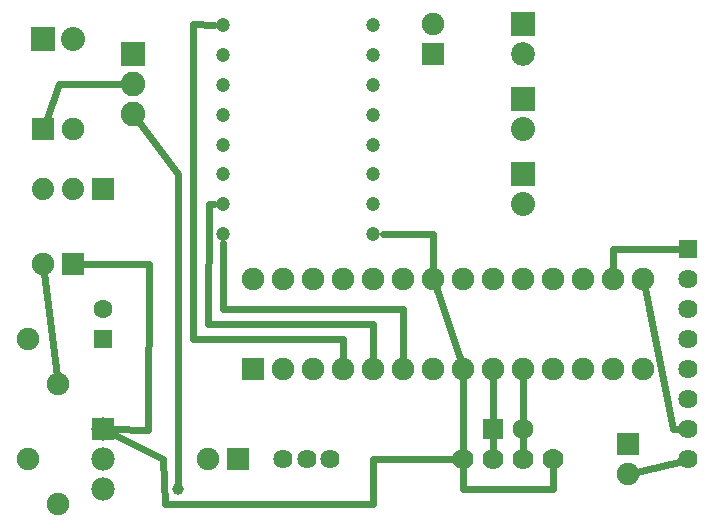
<source format=gbl>
G04 MADE WITH FRITZING*
G04 WWW.FRITZING.ORG*
G04 DOUBLE SIDED*
G04 HOLES PLATED*
G04 CONTOUR ON CENTER OF CONTOUR VECTOR*
%ASAXBY*%
%FSLAX23Y23*%
%MOIN*%
%OFA0B0*%
%SFA1.0B1.0*%
%ADD10C,0.064000*%
%ADD11C,0.082000*%
%ADD12C,0.075000*%
%ADD13C,0.078000*%
%ADD14C,0.080000*%
%ADD15C,0.062992*%
%ADD16C,0.069000*%
%ADD17C,0.070000*%
%ADD18C,0.074000*%
%ADD19C,0.047222*%
%ADD20C,0.039370*%
%ADD21C,0.079370*%
%ADD22R,0.082000X0.082000*%
%ADD23R,0.064000X0.064000*%
%ADD24R,0.075000X0.075000*%
%ADD25R,0.078000X0.078000*%
%ADD26R,0.080000X0.080000*%
%ADD27R,0.062992X0.062992*%
%ADD28R,0.069000X0.069000*%
%ADD29R,0.079370X0.079370*%
%ADD30C,0.024000*%
%ADD31R,0.001000X0.001000*%
%LNCOPPER0*%
G90*
G70*
G54D10*
X919Y201D03*
X998Y201D03*
X1076Y201D03*
G54D11*
X419Y1551D03*
X419Y1451D03*
X419Y1351D03*
G54D10*
X2269Y901D03*
X2269Y801D03*
X2269Y701D03*
X2269Y601D03*
X2269Y501D03*
X2269Y401D03*
X2269Y301D03*
X2269Y201D03*
G54D12*
X819Y501D03*
X819Y801D03*
X919Y501D03*
X919Y801D03*
X1019Y501D03*
X1019Y801D03*
X1119Y501D03*
X1119Y801D03*
X1219Y501D03*
X1219Y801D03*
X1319Y501D03*
X1319Y801D03*
X1419Y501D03*
X1419Y801D03*
X1519Y501D03*
X1519Y801D03*
X1619Y501D03*
X1619Y801D03*
X1719Y501D03*
X1719Y801D03*
X1819Y501D03*
X1819Y801D03*
X1919Y501D03*
X1919Y801D03*
X2019Y501D03*
X2019Y801D03*
X2119Y501D03*
X2119Y801D03*
G54D13*
X319Y301D03*
X319Y201D03*
X319Y101D03*
G54D14*
X1719Y1151D03*
X1719Y1051D03*
X1719Y1401D03*
X1719Y1301D03*
X119Y1601D03*
X219Y1601D03*
G54D12*
X2069Y251D03*
X2069Y151D03*
X119Y1301D03*
X219Y1301D03*
G54D15*
X319Y602D03*
X319Y701D03*
G54D16*
X1619Y301D03*
X1719Y301D03*
G54D17*
X1819Y201D03*
X1719Y201D03*
X1619Y201D03*
X1519Y201D03*
G54D12*
X769Y201D03*
X669Y201D03*
G54D18*
X319Y1101D03*
X219Y1101D03*
X119Y1101D03*
G54D19*
X719Y1647D03*
X719Y1547D03*
X719Y1448D03*
X719Y1349D03*
X719Y1249D03*
X719Y1150D03*
X719Y1051D03*
X719Y951D03*
X1218Y1647D03*
X1218Y1547D03*
X1218Y1448D03*
X1218Y1349D03*
X1218Y1249D03*
X1218Y1150D03*
X1218Y1051D03*
X1218Y951D03*
G54D12*
X1419Y1551D03*
X1419Y1651D03*
G54D20*
X568Y102D03*
G54D12*
X69Y601D03*
X69Y201D03*
X219Y851D03*
X119Y851D03*
X169Y451D03*
X169Y51D03*
G54D21*
X1719Y1651D03*
X1719Y1551D03*
G54D22*
X419Y1551D03*
G54D23*
X2269Y901D03*
G54D24*
X819Y501D03*
G54D25*
X319Y301D03*
G54D26*
X1719Y1151D03*
X1719Y1401D03*
X119Y1601D03*
G54D24*
X2069Y251D03*
X119Y1301D03*
G54D27*
X319Y602D03*
G54D28*
X1619Y301D03*
G54D24*
X769Y201D03*
X1419Y1551D03*
X219Y851D03*
G54D29*
X1719Y1651D03*
G54D30*
X128Y1328D02*
X170Y1450D01*
D02*
X170Y1450D02*
X387Y1451D01*
D02*
X1619Y325D02*
X1619Y472D01*
D02*
X1719Y325D02*
X1719Y472D01*
D02*
X1619Y276D02*
X1619Y227D01*
D02*
X1719Y276D02*
X1719Y227D01*
D02*
X1519Y175D02*
X1519Y100D01*
D02*
X1519Y100D02*
X1818Y101D01*
D02*
X1219Y201D02*
X1218Y51D01*
D02*
X1218Y51D02*
X525Y51D01*
D02*
X1493Y201D02*
X1219Y201D01*
D02*
X525Y51D02*
X519Y201D01*
D02*
X1519Y227D02*
X1519Y472D01*
D02*
X1510Y528D02*
X1428Y774D01*
D02*
X719Y701D02*
X719Y920D01*
D02*
X1318Y700D02*
X719Y701D01*
D02*
X1319Y529D02*
X1318Y700D01*
D02*
X668Y652D02*
X670Y1051D01*
D02*
X1219Y529D02*
X1219Y650D01*
D02*
X670Y1051D02*
X687Y1051D01*
D02*
X1219Y650D02*
X668Y652D01*
D02*
X1119Y529D02*
X1118Y601D01*
D02*
X1118Y601D02*
X619Y601D01*
D02*
X619Y601D02*
X618Y1650D01*
D02*
X618Y1650D02*
X687Y1648D01*
D02*
X1418Y951D02*
X1250Y951D01*
D02*
X1419Y829D02*
X1418Y951D01*
D02*
X2219Y300D02*
X2124Y773D01*
D02*
X2238Y301D02*
X2219Y300D01*
D02*
X2069Y151D02*
X2096Y161D01*
D02*
X2239Y193D02*
X2069Y151D01*
D02*
X2019Y901D02*
X2019Y829D01*
D02*
X2238Y901D02*
X2019Y901D01*
D02*
X569Y1150D02*
X438Y1325D01*
D02*
X568Y121D02*
X569Y1150D01*
D02*
X470Y850D02*
X469Y299D01*
D02*
X469Y299D02*
X349Y300D01*
D02*
X248Y851D02*
X470Y850D01*
D02*
X122Y822D02*
X165Y479D01*
D02*
X519Y201D02*
X346Y287D01*
D02*
X1818Y101D02*
X1819Y175D01*
G54D31*
X282Y1138D02*
X355Y1138D01*
X282Y1137D02*
X355Y1137D01*
X282Y1136D02*
X355Y1136D01*
X282Y1135D02*
X355Y1135D01*
X282Y1134D02*
X355Y1134D01*
X282Y1133D02*
X355Y1133D01*
X282Y1132D02*
X355Y1132D01*
X282Y1131D02*
X355Y1131D01*
X282Y1130D02*
X355Y1130D01*
X282Y1129D02*
X355Y1129D01*
X282Y1128D02*
X355Y1128D01*
X282Y1127D02*
X355Y1127D01*
X282Y1126D02*
X355Y1126D01*
X282Y1125D02*
X355Y1125D01*
X282Y1124D02*
X355Y1124D01*
X282Y1123D02*
X355Y1123D01*
X282Y1122D02*
X355Y1122D01*
X282Y1121D02*
X355Y1121D01*
X282Y1120D02*
X312Y1120D01*
X325Y1120D02*
X355Y1120D01*
X282Y1119D02*
X309Y1119D01*
X327Y1119D02*
X355Y1119D01*
X282Y1118D02*
X308Y1118D01*
X329Y1118D02*
X355Y1118D01*
X282Y1117D02*
X306Y1117D01*
X331Y1117D02*
X355Y1117D01*
X282Y1116D02*
X305Y1116D01*
X332Y1116D02*
X355Y1116D01*
X282Y1115D02*
X304Y1115D01*
X333Y1115D02*
X355Y1115D01*
X282Y1114D02*
X303Y1114D01*
X334Y1114D02*
X355Y1114D01*
X282Y1113D02*
X302Y1113D01*
X335Y1113D02*
X355Y1113D01*
X282Y1112D02*
X301Y1112D01*
X335Y1112D02*
X355Y1112D01*
X282Y1111D02*
X301Y1111D01*
X336Y1111D02*
X355Y1111D01*
X282Y1110D02*
X300Y1110D01*
X336Y1110D02*
X355Y1110D01*
X282Y1109D02*
X300Y1109D01*
X337Y1109D02*
X355Y1109D01*
X282Y1108D02*
X299Y1108D01*
X337Y1108D02*
X355Y1108D01*
X282Y1107D02*
X299Y1107D01*
X338Y1107D02*
X355Y1107D01*
X282Y1106D02*
X299Y1106D01*
X338Y1106D02*
X355Y1106D01*
X282Y1105D02*
X298Y1105D01*
X338Y1105D02*
X355Y1105D01*
X282Y1104D02*
X298Y1104D01*
X338Y1104D02*
X355Y1104D01*
X282Y1103D02*
X298Y1103D01*
X338Y1103D02*
X355Y1103D01*
X282Y1102D02*
X298Y1102D01*
X338Y1102D02*
X355Y1102D01*
X282Y1101D02*
X298Y1101D01*
X338Y1101D02*
X355Y1101D01*
X282Y1100D02*
X298Y1100D01*
X338Y1100D02*
X355Y1100D01*
X282Y1099D02*
X298Y1099D01*
X338Y1099D02*
X355Y1099D01*
X282Y1098D02*
X298Y1098D01*
X338Y1098D02*
X355Y1098D01*
X282Y1097D02*
X299Y1097D01*
X338Y1097D02*
X355Y1097D01*
X282Y1096D02*
X299Y1096D01*
X338Y1096D02*
X355Y1096D01*
X282Y1095D02*
X299Y1095D01*
X337Y1095D02*
X355Y1095D01*
X282Y1094D02*
X299Y1094D01*
X337Y1094D02*
X355Y1094D01*
X282Y1093D02*
X300Y1093D01*
X337Y1093D02*
X355Y1093D01*
X282Y1092D02*
X300Y1092D01*
X336Y1092D02*
X355Y1092D01*
X282Y1091D02*
X301Y1091D01*
X336Y1091D02*
X355Y1091D01*
X282Y1090D02*
X302Y1090D01*
X335Y1090D02*
X355Y1090D01*
X282Y1089D02*
X302Y1089D01*
X334Y1089D02*
X355Y1089D01*
X282Y1088D02*
X303Y1088D01*
X333Y1088D02*
X355Y1088D01*
X282Y1087D02*
X304Y1087D01*
X332Y1087D02*
X355Y1087D01*
X282Y1086D02*
X305Y1086D01*
X331Y1086D02*
X355Y1086D01*
X282Y1085D02*
X307Y1085D01*
X330Y1085D02*
X355Y1085D01*
X282Y1084D02*
X308Y1084D01*
X328Y1084D02*
X355Y1084D01*
X282Y1083D02*
X310Y1083D01*
X326Y1083D02*
X355Y1083D01*
X282Y1082D02*
X313Y1082D01*
X323Y1082D02*
X355Y1082D01*
X282Y1081D02*
X355Y1081D01*
X282Y1080D02*
X355Y1080D01*
X282Y1079D02*
X355Y1079D01*
X282Y1078D02*
X355Y1078D01*
X282Y1077D02*
X355Y1077D01*
X282Y1076D02*
X355Y1076D01*
X282Y1075D02*
X355Y1075D01*
X282Y1074D02*
X355Y1074D01*
X282Y1073D02*
X355Y1073D01*
X282Y1072D02*
X355Y1072D01*
X282Y1071D02*
X355Y1071D01*
X282Y1070D02*
X355Y1070D01*
X282Y1069D02*
X355Y1069D01*
X282Y1068D02*
X355Y1068D01*
X282Y1067D02*
X355Y1067D01*
X282Y1066D02*
X355Y1066D01*
X282Y1065D02*
X355Y1065D01*
D02*
G04 End of Copper0*
M02*
</source>
